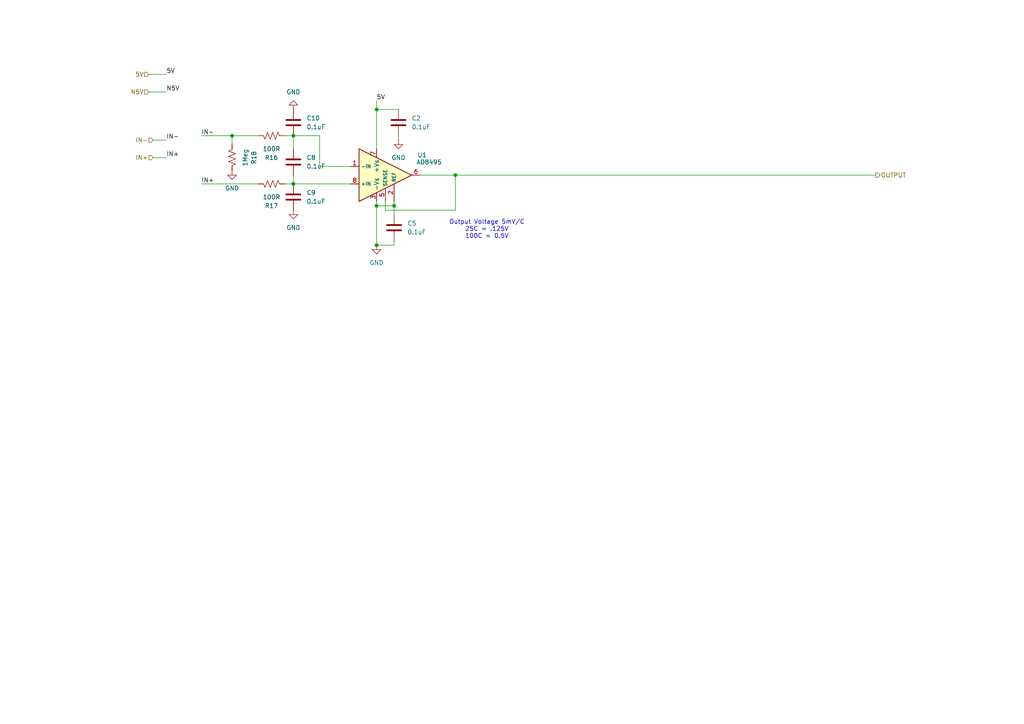
<source format=kicad_sch>
(kicad_sch
	(version 20231120)
	(generator "eeschema")
	(generator_version "8.0")
	(uuid "36d7c41e-fd27-48ff-b4c9-66813c58c8a3")
	(paper "A4")
	(lib_symbols
		(symbol "Device:C"
			(pin_numbers hide)
			(pin_names
				(offset 0.254)
			)
			(exclude_from_sim no)
			(in_bom yes)
			(on_board yes)
			(property "Reference" "C"
				(at 0.635 2.54 0)
				(effects
					(font
						(size 1.27 1.27)
					)
					(justify left)
				)
			)
			(property "Value" "C"
				(at 0.635 -2.54 0)
				(effects
					(font
						(size 1.27 1.27)
					)
					(justify left)
				)
			)
			(property "Footprint" ""
				(at 0.9652 -3.81 0)
				(effects
					(font
						(size 1.27 1.27)
					)
					(hide yes)
				)
			)
			(property "Datasheet" "~"
				(at 0 0 0)
				(effects
					(font
						(size 1.27 1.27)
					)
					(hide yes)
				)
			)
			(property "Description" "Unpolarized capacitor"
				(at 0 0 0)
				(effects
					(font
						(size 1.27 1.27)
					)
					(hide yes)
				)
			)
			(property "ki_keywords" "cap capacitor"
				(at 0 0 0)
				(effects
					(font
						(size 1.27 1.27)
					)
					(hide yes)
				)
			)
			(property "ki_fp_filters" "C_*"
				(at 0 0 0)
				(effects
					(font
						(size 1.27 1.27)
					)
					(hide yes)
				)
			)
			(symbol "C_0_1"
				(polyline
					(pts
						(xy -2.032 -0.762) (xy 2.032 -0.762)
					)
					(stroke
						(width 0.508)
						(type default)
					)
					(fill
						(type none)
					)
				)
				(polyline
					(pts
						(xy -2.032 0.762) (xy 2.032 0.762)
					)
					(stroke
						(width 0.508)
						(type default)
					)
					(fill
						(type none)
					)
				)
			)
			(symbol "C_1_1"
				(pin passive line
					(at 0 3.81 270)
					(length 2.794)
					(name "~"
						(effects
							(font
								(size 1.27 1.27)
							)
						)
					)
					(number "1"
						(effects
							(font
								(size 1.27 1.27)
							)
						)
					)
				)
				(pin passive line
					(at 0 -3.81 90)
					(length 2.794)
					(name "~"
						(effects
							(font
								(size 1.27 1.27)
							)
						)
					)
					(number "2"
						(effects
							(font
								(size 1.27 1.27)
							)
						)
					)
				)
			)
		)
		(symbol "Device:R_US"
			(pin_numbers hide)
			(pin_names
				(offset 0)
			)
			(exclude_from_sim no)
			(in_bom yes)
			(on_board yes)
			(property "Reference" "R"
				(at 2.54 0 90)
				(effects
					(font
						(size 1.27 1.27)
					)
				)
			)
			(property "Value" "R_US"
				(at -2.54 0 90)
				(effects
					(font
						(size 1.27 1.27)
					)
				)
			)
			(property "Footprint" ""
				(at 1.016 -0.254 90)
				(effects
					(font
						(size 1.27 1.27)
					)
					(hide yes)
				)
			)
			(property "Datasheet" "~"
				(at 0 0 0)
				(effects
					(font
						(size 1.27 1.27)
					)
					(hide yes)
				)
			)
			(property "Description" "Resistor, US symbol"
				(at 0 0 0)
				(effects
					(font
						(size 1.27 1.27)
					)
					(hide yes)
				)
			)
			(property "ki_keywords" "R res resistor"
				(at 0 0 0)
				(effects
					(font
						(size 1.27 1.27)
					)
					(hide yes)
				)
			)
			(property "ki_fp_filters" "R_*"
				(at 0 0 0)
				(effects
					(font
						(size 1.27 1.27)
					)
					(hide yes)
				)
			)
			(symbol "R_US_0_1"
				(polyline
					(pts
						(xy 0 -2.286) (xy 0 -2.54)
					)
					(stroke
						(width 0)
						(type default)
					)
					(fill
						(type none)
					)
				)
				(polyline
					(pts
						(xy 0 2.286) (xy 0 2.54)
					)
					(stroke
						(width 0)
						(type default)
					)
					(fill
						(type none)
					)
				)
				(polyline
					(pts
						(xy 0 -0.762) (xy 1.016 -1.143) (xy 0 -1.524) (xy -1.016 -1.905) (xy 0 -2.286)
					)
					(stroke
						(width 0)
						(type default)
					)
					(fill
						(type none)
					)
				)
				(polyline
					(pts
						(xy 0 0.762) (xy 1.016 0.381) (xy 0 0) (xy -1.016 -0.381) (xy 0 -0.762)
					)
					(stroke
						(width 0)
						(type default)
					)
					(fill
						(type none)
					)
				)
				(polyline
					(pts
						(xy 0 2.286) (xy 1.016 1.905) (xy 0 1.524) (xy -1.016 1.143) (xy 0 0.762)
					)
					(stroke
						(width 0)
						(type default)
					)
					(fill
						(type none)
					)
				)
			)
			(symbol "R_US_1_1"
				(pin passive line
					(at 0 3.81 270)
					(length 1.27)
					(name "~"
						(effects
							(font
								(size 1.27 1.27)
							)
						)
					)
					(number "1"
						(effects
							(font
								(size 1.27 1.27)
							)
						)
					)
				)
				(pin passive line
					(at 0 -3.81 90)
					(length 1.27)
					(name "~"
						(effects
							(font
								(size 1.27 1.27)
							)
						)
					)
					(number "2"
						(effects
							(font
								(size 1.27 1.27)
							)
						)
					)
				)
			)
		)
		(symbol "Sensor_Temperature:AD8495"
			(exclude_from_sim no)
			(in_bom yes)
			(on_board yes)
			(property "Reference" "U"
				(at 5.08 3.81 0)
				(effects
					(font
						(size 1.27 1.27)
					)
				)
			)
			(property "Value" "AD8495"
				(at 8.89 -3.81 0)
				(effects
					(font
						(size 1.27 1.27)
					)
				)
			)
			(property "Footprint" "Package_SO:MSOP-8_3x3mm_P0.65mm"
				(at 22.86 -6.35 0)
				(effects
					(font
						(size 1.27 1.27)
					)
					(hide yes)
				)
			)
			(property "Datasheet" "https://www.analog.com/media/en/technical-documentation/data-sheets/ad8494_8495_8496_8497.pdf"
				(at 0 0 0)
				(effects
					(font
						(size 1.27 1.27)
					)
					(hide yes)
				)
			)
			(property "Description" "Precision Thermocouple Amplifiers with Cold Junction Compensation, K-Type Thermocouple, 0 to 50C, MSOP-8"
				(at 0 0 0)
				(effects
					(font
						(size 1.27 1.27)
					)
					(hide yes)
				)
			)
			(property "ki_keywords" "Thermocouple Amp"
				(at 0 0 0)
				(effects
					(font
						(size 1.27 1.27)
					)
					(hide yes)
				)
			)
			(property "ki_fp_filters" "MSOP*8*"
				(at 0 0 0)
				(effects
					(font
						(size 1.27 1.27)
					)
					(hide yes)
				)
			)
			(symbol "AD8495_0_1"
				(polyline
					(pts
						(xy -7.62 7.62) (xy 7.62 0) (xy -7.62 -7.62) (xy -7.62 7.62)
					)
					(stroke
						(width 0.254)
						(type default)
					)
					(fill
						(type background)
					)
				)
			)
			(symbol "AD8495_1_1"
				(pin input line
					(at -10.16 2.54 0)
					(length 2.54)
					(name "-IN"
						(effects
							(font
								(size 1.016 1.016)
							)
						)
					)
					(number "1"
						(effects
							(font
								(size 1.27 1.27)
							)
						)
					)
				)
				(pin input line
					(at 2.54 -7.62 90)
					(length 5.08)
					(name "REF"
						(effects
							(font
								(size 1.016 1.016)
							)
						)
					)
					(number "2"
						(effects
							(font
								(size 1.27 1.27)
							)
						)
					)
				)
				(pin power_in line
					(at -2.54 -7.62 90)
					(length 2.54)
					(name "-Vs"
						(effects
							(font
								(size 1.27 1.27)
							)
						)
					)
					(number "3"
						(effects
							(font
								(size 1.27 1.27)
							)
						)
					)
				)
				(pin no_connect line
					(at -5.08 0 180)
					(length 2.54) hide
					(name "NC"
						(effects
							(font
								(size 1.27 1.27)
							)
						)
					)
					(number "4"
						(effects
							(font
								(size 1.27 1.27)
							)
						)
					)
				)
				(pin passive line
					(at 0 -7.62 90)
					(length 3.81)
					(name "SENSE"
						(effects
							(font
								(size 1.016 1.016)
							)
						)
					)
					(number "5"
						(effects
							(font
								(size 1.27 1.27)
							)
						)
					)
				)
				(pin output line
					(at 10.16 0 180)
					(length 2.54)
					(name "~"
						(effects
							(font
								(size 1.27 1.27)
							)
						)
					)
					(number "6"
						(effects
							(font
								(size 1.27 1.27)
							)
						)
					)
				)
				(pin power_in line
					(at -2.54 7.62 270)
					(length 2.54)
					(name "+Vs"
						(effects
							(font
								(size 1.27 1.27)
							)
						)
					)
					(number "7"
						(effects
							(font
								(size 1.27 1.27)
							)
						)
					)
				)
				(pin input line
					(at -10.16 -2.54 0)
					(length 2.54)
					(name "+IN"
						(effects
							(font
								(size 1.016 1.016)
							)
						)
					)
					(number "8"
						(effects
							(font
								(size 1.27 1.27)
							)
						)
					)
				)
			)
		)
		(symbol "power:GND"
			(power)
			(pin_numbers hide)
			(pin_names
				(offset 0) hide)
			(exclude_from_sim no)
			(in_bom yes)
			(on_board yes)
			(property "Reference" "#PWR"
				(at 0 -6.35 0)
				(effects
					(font
						(size 1.27 1.27)
					)
					(hide yes)
				)
			)
			(property "Value" "GND"
				(at 0 -3.81 0)
				(effects
					(font
						(size 1.27 1.27)
					)
				)
			)
			(property "Footprint" ""
				(at 0 0 0)
				(effects
					(font
						(size 1.27 1.27)
					)
					(hide yes)
				)
			)
			(property "Datasheet" ""
				(at 0 0 0)
				(effects
					(font
						(size 1.27 1.27)
					)
					(hide yes)
				)
			)
			(property "Description" "Power symbol creates a global label with name \"GND\" , ground"
				(at 0 0 0)
				(effects
					(font
						(size 1.27 1.27)
					)
					(hide yes)
				)
			)
			(property "ki_keywords" "global power"
				(at 0 0 0)
				(effects
					(font
						(size 1.27 1.27)
					)
					(hide yes)
				)
			)
			(symbol "GND_0_1"
				(polyline
					(pts
						(xy 0 0) (xy 0 -1.27) (xy 1.27 -1.27) (xy 0 -2.54) (xy -1.27 -1.27) (xy 0 -1.27)
					)
					(stroke
						(width 0)
						(type default)
					)
					(fill
						(type none)
					)
				)
			)
			(symbol "GND_1_1"
				(pin power_in line
					(at 0 0 270)
					(length 0)
					(name "~"
						(effects
							(font
								(size 1.27 1.27)
							)
						)
					)
					(number "1"
						(effects
							(font
								(size 1.27 1.27)
							)
						)
					)
				)
			)
		)
	)
	(junction
		(at 132.08 50.8)
		(diameter 0)
		(color 0 0 0 0)
		(uuid "1049cd39-2f87-4b2e-ae83-515edd67bd8b")
	)
	(junction
		(at 85.09 53.34)
		(diameter 0)
		(color 0 0 0 0)
		(uuid "243327c5-ae85-4c11-9548-193f158fb267")
	)
	(junction
		(at 67.31 39.37)
		(diameter 0)
		(color 0 0 0 0)
		(uuid "5f6f15ff-7922-41f7-8caf-777055baf340")
	)
	(junction
		(at 85.09 39.37)
		(diameter 0)
		(color 0 0 0 0)
		(uuid "702406b3-6a03-4cc0-9b12-c51e124bb092")
	)
	(junction
		(at 114.3 59.69)
		(diameter 0)
		(color 0 0 0 0)
		(uuid "80d8f26d-0eea-492e-b8f2-8bf2aefaff93")
	)
	(junction
		(at 109.22 59.69)
		(diameter 0)
		(color 0 0 0 0)
		(uuid "91f13221-56e6-49e5-9681-0596864fe151")
	)
	(junction
		(at 109.22 71.12)
		(diameter 0)
		(color 0 0 0 0)
		(uuid "cbc06390-b93c-48a9-b45f-68519ec4c6a9")
	)
	(junction
		(at 109.22 31.75)
		(diameter 0)
		(color 0 0 0 0)
		(uuid "ea0a3c43-659d-44f4-9079-d6d803ac56d4")
	)
	(wire
		(pts
			(xy 114.3 69.85) (xy 114.3 71.12)
		)
		(stroke
			(width 0)
			(type default)
		)
		(uuid "04f82abf-b6c2-4a5d-a11b-999b4a0c9bdf")
	)
	(wire
		(pts
			(xy 114.3 59.69) (xy 109.22 59.69)
		)
		(stroke
			(width 0)
			(type default)
		)
		(uuid "1d89f1e1-ecac-43ce-891d-204d27af0523")
	)
	(wire
		(pts
			(xy 132.08 50.8) (xy 254 50.8)
		)
		(stroke
			(width 0)
			(type default)
		)
		(uuid "31f91de2-d47a-4be2-a17b-f725c14e007f")
	)
	(wire
		(pts
			(xy 67.31 39.37) (xy 74.93 39.37)
		)
		(stroke
			(width 0)
			(type default)
		)
		(uuid "52abb2fb-e2f4-42d1-bb6c-a49923af01c7")
	)
	(wire
		(pts
			(xy 44.45 45.72) (xy 48.26 45.72)
		)
		(stroke
			(width 0)
			(type default)
		)
		(uuid "5eae3553-17da-42bd-a767-c8b8d3195fe8")
	)
	(wire
		(pts
			(xy 109.22 59.69) (xy 109.22 71.12)
		)
		(stroke
			(width 0)
			(type default)
		)
		(uuid "5f88f5f7-373f-4472-a70a-f51ff65275ae")
	)
	(wire
		(pts
			(xy 85.09 53.34) (xy 101.6 53.34)
		)
		(stroke
			(width 0)
			(type default)
		)
		(uuid "5fb413e5-6d2c-4580-b77d-f8c9e11b7d28")
	)
	(wire
		(pts
			(xy 109.22 29.21) (xy 109.22 31.75)
		)
		(stroke
			(width 0)
			(type default)
		)
		(uuid "664234dc-0a6e-4818-b3e0-d8d41340be29")
	)
	(wire
		(pts
			(xy 92.71 39.37) (xy 92.71 48.26)
		)
		(stroke
			(width 0)
			(type default)
		)
		(uuid "6a07b9dc-28b9-4d01-b8db-6f9ccccdfbc9")
	)
	(wire
		(pts
			(xy 111.76 60.96) (xy 132.08 60.96)
		)
		(stroke
			(width 0)
			(type default)
		)
		(uuid "7448237a-d1c0-43a8-8251-82ca961d1829")
	)
	(wire
		(pts
			(xy 109.22 58.42) (xy 109.22 59.69)
		)
		(stroke
			(width 0)
			(type default)
		)
		(uuid "76b08149-c8a2-46c4-b60b-f30e5ecb036d")
	)
	(wire
		(pts
			(xy 85.09 50.8) (xy 85.09 53.34)
		)
		(stroke
			(width 0)
			(type default)
		)
		(uuid "85cc1771-8003-4015-8366-60d1c55548f6")
	)
	(wire
		(pts
			(xy 58.42 39.37) (xy 67.31 39.37)
		)
		(stroke
			(width 0)
			(type default)
		)
		(uuid "868e93f2-1f62-41a0-9ca1-cd2125bd577d")
	)
	(wire
		(pts
			(xy 109.22 71.12) (xy 114.3 71.12)
		)
		(stroke
			(width 0)
			(type default)
		)
		(uuid "873cc0e8-e4e0-4266-a218-b1743a0b0e01")
	)
	(wire
		(pts
			(xy 114.3 58.42) (xy 114.3 59.69)
		)
		(stroke
			(width 0)
			(type default)
		)
		(uuid "87bddab6-71d1-46fb-8196-e74bce837edb")
	)
	(wire
		(pts
			(xy 109.22 31.75) (xy 109.22 43.18)
		)
		(stroke
			(width 0)
			(type default)
		)
		(uuid "89d67e11-62bd-4f43-b971-b79d15a5f533")
	)
	(wire
		(pts
			(xy 82.55 53.34) (xy 85.09 53.34)
		)
		(stroke
			(width 0)
			(type default)
		)
		(uuid "8a0dc974-f5f7-41b9-b18a-fc3f60c493ba")
	)
	(wire
		(pts
			(xy 92.71 48.26) (xy 101.6 48.26)
		)
		(stroke
			(width 0)
			(type default)
		)
		(uuid "9f42aecb-ccf1-4293-bff2-09b713f7659c")
	)
	(wire
		(pts
			(xy 44.45 40.64) (xy 48.26 40.64)
		)
		(stroke
			(width 0)
			(type default)
		)
		(uuid "9fcc00fc-cfdc-4776-ab28-61421c76005a")
	)
	(wire
		(pts
			(xy 115.57 39.37) (xy 115.57 40.64)
		)
		(stroke
			(width 0)
			(type default)
		)
		(uuid "bb9bac1a-c4bb-468d-92f8-0e08d4115000")
	)
	(wire
		(pts
			(xy 121.92 50.8) (xy 132.08 50.8)
		)
		(stroke
			(width 0)
			(type default)
		)
		(uuid "c1c87a7d-da79-4144-903f-cd696dc400cd")
	)
	(wire
		(pts
			(xy 85.09 39.37) (xy 85.09 43.18)
		)
		(stroke
			(width 0)
			(type default)
		)
		(uuid "c6686c3c-d6fd-4022-abbd-1122b39412b4")
	)
	(wire
		(pts
			(xy 43.18 26.67) (xy 48.26 26.67)
		)
		(stroke
			(width 0)
			(type default)
		)
		(uuid "c7ea5f68-fc2e-4ab7-87ee-769099dd3f09")
	)
	(wire
		(pts
			(xy 58.42 53.34) (xy 74.93 53.34)
		)
		(stroke
			(width 0)
			(type default)
		)
		(uuid "cbee9ef2-3cd8-4b36-a8cc-b2db035b0dcc")
	)
	(wire
		(pts
			(xy 85.09 39.37) (xy 92.71 39.37)
		)
		(stroke
			(width 0)
			(type default)
		)
		(uuid "d4a418c4-f5c4-4f9d-bccb-212ff3760e43")
	)
	(wire
		(pts
			(xy 109.22 31.75) (xy 115.57 31.75)
		)
		(stroke
			(width 0)
			(type default)
		)
		(uuid "db435a05-6f0b-4381-855e-648e1b8c9221")
	)
	(wire
		(pts
			(xy 114.3 59.69) (xy 114.3 62.23)
		)
		(stroke
			(width 0)
			(type default)
		)
		(uuid "dcf6eb1b-884b-4562-96cb-5b83634b9736")
	)
	(wire
		(pts
			(xy 111.76 58.42) (xy 111.76 60.96)
		)
		(stroke
			(width 0)
			(type default)
		)
		(uuid "e158afa2-33bc-4355-b6d4-723bd9c18532")
	)
	(wire
		(pts
			(xy 82.55 39.37) (xy 85.09 39.37)
		)
		(stroke
			(width 0)
			(type default)
		)
		(uuid "e4edfe7e-c3ee-4b9a-84a1-0ab67e63b9db")
	)
	(wire
		(pts
			(xy 67.31 39.37) (xy 67.31 41.91)
		)
		(stroke
			(width 0)
			(type default)
		)
		(uuid "ec0e00bf-c264-4abc-b220-f65752985410")
	)
	(wire
		(pts
			(xy 43.18 21.59) (xy 48.26 21.59)
		)
		(stroke
			(width 0)
			(type default)
		)
		(uuid "f3762229-0764-4a68-8bb3-5bd2c7c6be73")
	)
	(wire
		(pts
			(xy 132.08 50.8) (xy 132.08 60.96)
		)
		(stroke
			(width 0)
			(type default)
		)
		(uuid "f38c3f4b-1d61-40db-83c4-fe3a62594552")
	)
	(text "Output Voltage 5mV/C\n25C = .125V\n100C = 0.5V\n"
		(exclude_from_sim no)
		(at 141.224 66.548 0)
		(effects
			(font
				(size 1.27 1.27)
			)
		)
		(uuid "f0dcbc4d-a53a-42e2-b67a-ba565ec41e5b")
	)
	(label "5V"
		(at 109.22 29.21 0)
		(fields_autoplaced yes)
		(effects
			(font
				(size 1.27 1.27)
			)
			(justify left bottom)
		)
		(uuid "16e42934-fdce-4ecb-ab05-fd24ee826257")
	)
	(label "IN-"
		(at 48.26 40.64 0)
		(fields_autoplaced yes)
		(effects
			(font
				(size 1.27 1.27)
			)
			(justify left bottom)
		)
		(uuid "521877df-db7d-4e7a-8e5d-ec81222b255d")
	)
	(label "IN+"
		(at 48.26 45.72 0)
		(fields_autoplaced yes)
		(effects
			(font
				(size 1.27 1.27)
			)
			(justify left bottom)
		)
		(uuid "5a44f757-1001-44ec-812d-fcb2fd4847a3")
	)
	(label "IN-"
		(at 58.42 39.37 0)
		(fields_autoplaced yes)
		(effects
			(font
				(size 1.27 1.27)
			)
			(justify left bottom)
		)
		(uuid "8c1f7642-f265-40e1-b150-2fc0f0c7e2cb")
	)
	(label "N5V"
		(at 48.26 26.67 0)
		(fields_autoplaced yes)
		(effects
			(font
				(size 1.27 1.27)
			)
			(justify left bottom)
		)
		(uuid "9d28843a-9178-4a3e-8427-7140f927d5f6")
	)
	(label "5V"
		(at 48.26 21.59 0)
		(fields_autoplaced yes)
		(effects
			(font
				(size 1.27 1.27)
			)
			(justify left bottom)
		)
		(uuid "adcb8732-fa41-4efb-8c7f-4a48a3f8d1bb")
	)
	(label "IN+"
		(at 58.42 53.34 0)
		(fields_autoplaced yes)
		(effects
			(font
				(size 1.27 1.27)
			)
			(justify left bottom)
		)
		(uuid "fc9b1abd-9a78-4573-84a5-cea595694e49")
	)
	(hierarchical_label "5V"
		(shape input)
		(at 43.18 21.59 180)
		(fields_autoplaced yes)
		(effects
			(font
				(size 1.27 1.27)
			)
			(justify right)
		)
		(uuid "064b8b6e-5661-40c0-aaa7-b12c3048794f")
	)
	(hierarchical_label "OUTPUT"
		(shape output)
		(at 254 50.8 0)
		(fields_autoplaced yes)
		(effects
			(font
				(size 1.27 1.27)
			)
			(justify left)
		)
		(uuid "39062155-2e22-409f-98bb-c298faebcca4")
	)
	(hierarchical_label "IN-"
		(shape input)
		(at 44.45 40.64 180)
		(fields_autoplaced yes)
		(effects
			(font
				(size 1.27 1.27)
			)
			(justify right)
		)
		(uuid "57984a4d-78f4-4fea-b00e-daeeb77c1f88")
	)
	(hierarchical_label "N5V"
		(shape input)
		(at 43.18 26.67 180)
		(fields_autoplaced yes)
		(effects
			(font
				(size 1.27 1.27)
			)
			(justify right)
		)
		(uuid "8a3fb0ba-0339-4e77-935e-19e8aa820542")
	)
	(hierarchical_label "IN+"
		(shape input)
		(at 44.45 45.72 180)
		(fields_autoplaced yes)
		(effects
			(font
				(size 1.27 1.27)
			)
			(justify right)
		)
		(uuid "dc07dff5-796b-49eb-82bd-1b4911588c1c")
	)
	(symbol
		(lib_id "Device:R_US")
		(at 78.74 53.34 90)
		(mirror x)
		(unit 1)
		(exclude_from_sim no)
		(in_bom yes)
		(on_board yes)
		(dnp no)
		(uuid "10615c44-33b5-4c60-a63a-3f1ba2458061")
		(property "Reference" "R17"
			(at 78.74 59.69 90)
			(effects
				(font
					(size 1.27 1.27)
				)
			)
		)
		(property "Value" "100R"
			(at 78.74 57.15 90)
			(effects
				(font
					(size 1.27 1.27)
				)
			)
		)
		(property "Footprint" "Resistor_SMD:R_0603_1608Metric"
			(at 78.994 54.356 90)
			(effects
				(font
					(size 1.27 1.27)
				)
				(hide yes)
			)
		)
		(property "Datasheet" "~"
			(at 78.74 53.34 0)
			(effects
				(font
					(size 1.27 1.27)
				)
				(hide yes)
			)
		)
		(property "Description" "Resistor, 100R ohm, 0603"
			(at 78.74 53.34 0)
			(effects
				(font
					(size 1.27 1.27)
				)
				(hide yes)
			)
		)
		(property "Part Number" "RC0603FR-07100RL"
			(at 78.74 53.34 90)
			(effects
				(font
					(size 1.27 1.27)
				)
				(hide yes)
			)
		)
		(pin "2"
			(uuid "3ffd4e64-170b-4b9b-b012-61d4273eceac")
		)
		(pin "1"
			(uuid "07e83e65-50c5-4bb4-a1de-0a1018c5756e")
		)
		(instances
			(project "CAN_adc"
				(path "/1df8730d-08fe-45e0-ad7a-188e7e19f35e/8fce75f2-7c34-4eab-958e-08935c314f67"
					(reference "R17")
					(unit 1)
				)
			)
		)
	)
	(symbol
		(lib_id "Device:C")
		(at 85.09 57.15 0)
		(unit 1)
		(exclude_from_sim no)
		(in_bom yes)
		(on_board yes)
		(dnp no)
		(uuid "3e8b6068-3ae9-4092-bcaf-5f3a6c9b4087")
		(property "Reference" "C9"
			(at 88.9 55.8799 0)
			(effects
				(font
					(size 1.27 1.27)
				)
				(justify left)
			)
		)
		(property "Value" "0.1uF"
			(at 88.9 58.4199 0)
			(effects
				(font
					(size 1.27 1.27)
				)
				(justify left)
			)
		)
		(property "Footprint" "Capacitor_SMD:C_0603_1608Metric_Pad1.08x0.95mm_HandSolder"
			(at 86.0552 60.96 0)
			(effects
				(font
					(size 1.27 1.27)
				)
				(hide yes)
			)
		)
		(property "Datasheet" "~"
			(at 85.09 57.15 0)
			(effects
				(font
					(size 1.27 1.27)
				)
				(hide yes)
			)
		)
		(property "Description" "Unpolarized capacitor"
			(at 85.09 57.15 0)
			(effects
				(font
					(size 1.27 1.27)
				)
				(hide yes)
			)
		)
		(property "Part Number" "    CL10B104KB8NNNC"
			(at 91.948 54.61 0)
			(effects
				(font
					(size 1.27 1.27)
				)
				(hide yes)
			)
		)
		(pin "1"
			(uuid "baaec417-8a82-4c05-900d-518f7d922995")
		)
		(pin "2"
			(uuid "6e775dea-af1f-4e01-9835-af9afcad380e")
		)
		(instances
			(project "CAN_adc"
				(path "/1df8730d-08fe-45e0-ad7a-188e7e19f35e/8fce75f2-7c34-4eab-958e-08935c314f67"
					(reference "C9")
					(unit 1)
				)
			)
		)
	)
	(symbol
		(lib_id "power:GND")
		(at 67.31 49.53 0)
		(unit 1)
		(exclude_from_sim no)
		(in_bom yes)
		(on_board yes)
		(dnp no)
		(fields_autoplaced yes)
		(uuid "53dcdb87-87a6-405e-8c1c-67b89b9ec9a5")
		(property "Reference" "#PWR020"
			(at 67.31 55.88 0)
			(effects
				(font
					(size 1.27 1.27)
				)
				(hide yes)
			)
		)
		(property "Value" "GND"
			(at 67.31 54.61 0)
			(effects
				(font
					(size 1.27 1.27)
				)
			)
		)
		(property "Footprint" ""
			(at 67.31 49.53 0)
			(effects
				(font
					(size 1.27 1.27)
				)
				(hide yes)
			)
		)
		(property "Datasheet" ""
			(at 67.31 49.53 0)
			(effects
				(font
					(size 1.27 1.27)
				)
				(hide yes)
			)
		)
		(property "Description" "Power symbol creates a global label with name \"GND\" , ground"
			(at 67.31 49.53 0)
			(effects
				(font
					(size 1.27 1.27)
				)
				(hide yes)
			)
		)
		(pin "1"
			(uuid "a34922f1-0852-4a5a-a3ec-b95d6d6477b8")
		)
		(instances
			(project "CAN_adc"
				(path "/1df8730d-08fe-45e0-ad7a-188e7e19f35e/8fce75f2-7c34-4eab-958e-08935c314f67"
					(reference "#PWR020")
					(unit 1)
				)
			)
		)
	)
	(symbol
		(lib_id "Device:C")
		(at 85.09 35.56 0)
		(unit 1)
		(exclude_from_sim no)
		(in_bom yes)
		(on_board yes)
		(dnp no)
		(uuid "63c83250-db1e-4d2f-9c35-a4edb637d46b")
		(property "Reference" "C10"
			(at 88.9 34.2899 0)
			(effects
				(font
					(size 1.27 1.27)
				)
				(justify left)
			)
		)
		(property "Value" "0.1uF"
			(at 88.9 36.8299 0)
			(effects
				(font
					(size 1.27 1.27)
				)
				(justify left)
			)
		)
		(property "Footprint" "Capacitor_SMD:C_0603_1608Metric_Pad1.08x0.95mm_HandSolder"
			(at 86.0552 39.37 0)
			(effects
				(font
					(size 1.27 1.27)
				)
				(hide yes)
			)
		)
		(property "Datasheet" "~"
			(at 85.09 35.56 0)
			(effects
				(font
					(size 1.27 1.27)
				)
				(hide yes)
			)
		)
		(property "Description" "Unpolarized capacitor"
			(at 85.09 35.56 0)
			(effects
				(font
					(size 1.27 1.27)
				)
				(hide yes)
			)
		)
		(property "Part Number" "    CL10B104KB8NNNC"
			(at 91.948 33.02 0)
			(effects
				(font
					(size 1.27 1.27)
				)
				(hide yes)
			)
		)
		(pin "1"
			(uuid "e785b3bc-d06d-4206-9896-2cb1e3b664f1")
		)
		(pin "2"
			(uuid "2b8d83d8-455c-42d7-b81b-e8e6620441a1")
		)
		(instances
			(project "CAN_adc"
				(path "/1df8730d-08fe-45e0-ad7a-188e7e19f35e/8fce75f2-7c34-4eab-958e-08935c314f67"
					(reference "C10")
					(unit 1)
				)
			)
		)
	)
	(symbol
		(lib_id "Device:R_US")
		(at 78.74 39.37 90)
		(mirror x)
		(unit 1)
		(exclude_from_sim no)
		(in_bom yes)
		(on_board yes)
		(dnp no)
		(uuid "67109048-c2a8-4a62-b6e5-ce64e1eff442")
		(property "Reference" "R16"
			(at 78.74 45.72 90)
			(effects
				(font
					(size 1.27 1.27)
				)
			)
		)
		(property "Value" "100R"
			(at 78.74 43.18 90)
			(effects
				(font
					(size 1.27 1.27)
				)
			)
		)
		(property "Footprint" "Resistor_SMD:R_0603_1608Metric"
			(at 78.994 40.386 90)
			(effects
				(font
					(size 1.27 1.27)
				)
				(hide yes)
			)
		)
		(property "Datasheet" "~"
			(at 78.74 39.37 0)
			(effects
				(font
					(size 1.27 1.27)
				)
				(hide yes)
			)
		)
		(property "Description" "Resistor, 100R ohm, 0603"
			(at 78.74 39.37 0)
			(effects
				(font
					(size 1.27 1.27)
				)
				(hide yes)
			)
		)
		(property "Part Number" "RC0603FR-07100RL"
			(at 78.74 39.37 90)
			(effects
				(font
					(size 1.27 1.27)
				)
				(hide yes)
			)
		)
		(pin "2"
			(uuid "a7ccb772-c920-4fb5-a8cb-d2236cf37ecd")
		)
		(pin "1"
			(uuid "c2316d0e-bc9e-43d7-b597-fc73087923bc")
		)
		(instances
			(project "CAN_adc"
				(path "/1df8730d-08fe-45e0-ad7a-188e7e19f35e/8fce75f2-7c34-4eab-958e-08935c314f67"
					(reference "R16")
					(unit 1)
				)
			)
		)
	)
	(symbol
		(lib_id "Device:C")
		(at 115.57 35.56 0)
		(unit 1)
		(exclude_from_sim no)
		(in_bom yes)
		(on_board yes)
		(dnp no)
		(uuid "67dea1b2-bb0c-45db-a427-6949ecc1b2fe")
		(property "Reference" "C2"
			(at 119.38 34.2899 0)
			(effects
				(font
					(size 1.27 1.27)
				)
				(justify left)
			)
		)
		(property "Value" "0.1uF"
			(at 119.38 36.8299 0)
			(effects
				(font
					(size 1.27 1.27)
				)
				(justify left)
			)
		)
		(property "Footprint" "Capacitor_SMD:C_0603_1608Metric_Pad1.08x0.95mm_HandSolder"
			(at 116.5352 39.37 0)
			(effects
				(font
					(size 1.27 1.27)
				)
				(hide yes)
			)
		)
		(property "Datasheet" "~"
			(at 115.57 35.56 0)
			(effects
				(font
					(size 1.27 1.27)
				)
				(hide yes)
			)
		)
		(property "Description" "Unpolarized capacitor"
			(at 115.57 35.56 0)
			(effects
				(font
					(size 1.27 1.27)
				)
				(hide yes)
			)
		)
		(property "Part Number" "    CL10B104KB8NNNC"
			(at 122.428 33.02 0)
			(effects
				(font
					(size 1.27 1.27)
				)
				(hide yes)
			)
		)
		(pin "1"
			(uuid "bd4cdcac-541d-46e1-a842-2fc022e134f6")
		)
		(pin "2"
			(uuid "12c93ce3-2b21-416c-b17e-b7e655834b48")
		)
		(instances
			(project "CAN_adc"
				(path "/1df8730d-08fe-45e0-ad7a-188e7e19f35e/8fce75f2-7c34-4eab-958e-08935c314f67"
					(reference "C2")
					(unit 1)
				)
			)
		)
	)
	(symbol
		(lib_id "power:GND")
		(at 85.09 60.96 0)
		(unit 1)
		(exclude_from_sim no)
		(in_bom yes)
		(on_board yes)
		(dnp no)
		(fields_autoplaced yes)
		(uuid "6eb107aa-824d-4754-9672-ad3aa45eb58a")
		(property "Reference" "#PWR018"
			(at 85.09 67.31 0)
			(effects
				(font
					(size 1.27 1.27)
				)
				(hide yes)
			)
		)
		(property "Value" "GND"
			(at 85.09 66.04 0)
			(effects
				(font
					(size 1.27 1.27)
				)
			)
		)
		(property "Footprint" ""
			(at 85.09 60.96 0)
			(effects
				(font
					(size 1.27 1.27)
				)
				(hide yes)
			)
		)
		(property "Datasheet" ""
			(at 85.09 60.96 0)
			(effects
				(font
					(size 1.27 1.27)
				)
				(hide yes)
			)
		)
		(property "Description" "Power symbol creates a global label with name \"GND\" , ground"
			(at 85.09 60.96 0)
			(effects
				(font
					(size 1.27 1.27)
				)
				(hide yes)
			)
		)
		(pin "1"
			(uuid "f033e862-c69e-43ee-8690-a741f1623c74")
		)
		(instances
			(project "CAN_adc"
				(path "/1df8730d-08fe-45e0-ad7a-188e7e19f35e/8fce75f2-7c34-4eab-958e-08935c314f67"
					(reference "#PWR018")
					(unit 1)
				)
			)
		)
	)
	(symbol
		(lib_id "power:GND")
		(at 85.09 31.75 180)
		(unit 1)
		(exclude_from_sim no)
		(in_bom yes)
		(on_board yes)
		(dnp no)
		(fields_autoplaced yes)
		(uuid "7a4467ac-e93d-4953-a64e-52fd808f7e7b")
		(property "Reference" "#PWR019"
			(at 85.09 25.4 0)
			(effects
				(font
					(size 1.27 1.27)
				)
				(hide yes)
			)
		)
		(property "Value" "GND"
			(at 85.09 26.67 0)
			(effects
				(font
					(size 1.27 1.27)
				)
			)
		)
		(property "Footprint" ""
			(at 85.09 31.75 0)
			(effects
				(font
					(size 1.27 1.27)
				)
				(hide yes)
			)
		)
		(property "Datasheet" ""
			(at 85.09 31.75 0)
			(effects
				(font
					(size 1.27 1.27)
				)
				(hide yes)
			)
		)
		(property "Description" "Power symbol creates a global label with name \"GND\" , ground"
			(at 85.09 31.75 0)
			(effects
				(font
					(size 1.27 1.27)
				)
				(hide yes)
			)
		)
		(pin "1"
			(uuid "4ac79b7f-5e6e-4565-83f8-270bf78bb765")
		)
		(instances
			(project "CAN_adc"
				(path "/1df8730d-08fe-45e0-ad7a-188e7e19f35e/8fce75f2-7c34-4eab-958e-08935c314f67"
					(reference "#PWR019")
					(unit 1)
				)
			)
		)
	)
	(symbol
		(lib_id "power:GND")
		(at 109.22 71.12 0)
		(unit 1)
		(exclude_from_sim no)
		(in_bom yes)
		(on_board yes)
		(dnp no)
		(fields_autoplaced yes)
		(uuid "9e631520-e284-4665-b774-40ae871cb887")
		(property "Reference" "#PWR016"
			(at 109.22 77.47 0)
			(effects
				(font
					(size 1.27 1.27)
				)
				(hide yes)
			)
		)
		(property "Value" "GND"
			(at 109.22 76.2 0)
			(effects
				(font
					(size 1.27 1.27)
				)
			)
		)
		(property "Footprint" ""
			(at 109.22 71.12 0)
			(effects
				(font
					(size 1.27 1.27)
				)
				(hide yes)
			)
		)
		(property "Datasheet" ""
			(at 109.22 71.12 0)
			(effects
				(font
					(size 1.27 1.27)
				)
				(hide yes)
			)
		)
		(property "Description" "Power symbol creates a global label with name \"GND\" , ground"
			(at 109.22 71.12 0)
			(effects
				(font
					(size 1.27 1.27)
				)
				(hide yes)
			)
		)
		(pin "1"
			(uuid "f2496036-74a6-4e05-a1d6-37367350b950")
		)
		(instances
			(project "CAN_adc"
				(path "/1df8730d-08fe-45e0-ad7a-188e7e19f35e/8fce75f2-7c34-4eab-958e-08935c314f67"
					(reference "#PWR016")
					(unit 1)
				)
			)
		)
	)
	(symbol
		(lib_id "Sensor_Temperature:AD8495")
		(at 111.76 50.8 0)
		(unit 1)
		(exclude_from_sim no)
		(in_bom yes)
		(on_board yes)
		(dnp no)
		(uuid "a7fb03d5-effe-4b6b-ab4c-de5be3c42d4a")
		(property "Reference" "U1"
			(at 122.428 44.958 0)
			(effects
				(font
					(size 1.27 1.27)
				)
			)
		)
		(property "Value" "AD8495"
			(at 124.46 47.0214 0)
			(effects
				(font
					(size 1.27 1.27)
				)
			)
		)
		(property "Footprint" "Package_SO:MSOP-8_3x3mm_P0.65mm"
			(at 134.62 57.15 0)
			(effects
				(font
					(size 1.27 1.27)
				)
				(hide yes)
			)
		)
		(property "Datasheet" "https://www.analog.com/media/en/technical-documentation/data-sheets/ad8494_8495_8496_8497.pdf"
			(at 111.76 50.8 0)
			(effects
				(font
					(size 1.27 1.27)
				)
				(hide yes)
			)
		)
		(property "Description" "Precision Thermocouple Amplifiers with Cold Junction Compensation, K-Type Thermocouple, 0 to 50C, MSOP-8"
			(at 111.76 50.8 0)
			(effects
				(font
					(size 1.27 1.27)
				)
				(hide yes)
			)
		)
		(pin "7"
			(uuid "195b59dc-7f10-4ff4-af75-c8085af602e2")
		)
		(pin "1"
			(uuid "31949d5d-b7fb-431a-a395-7fee7adfd2ae")
		)
		(pin "2"
			(uuid "a8dd80ac-3408-4379-b684-69824a846edb")
		)
		(pin "3"
			(uuid "d3933086-78a9-44d9-8a10-6095186ba4c8")
		)
		(pin "5"
			(uuid "21ec8180-280d-4d89-9e5c-3eafdd44610f")
		)
		(pin "6"
			(uuid "5c5e39ee-66be-4bdb-8058-6d18a8f7e27f")
		)
		(pin "8"
			(uuid "4dd04675-a6b7-499c-b5cf-61d3c9727621")
		)
		(pin "4"
			(uuid "e0cf2088-b1e2-486d-902e-f591f4c3bef2")
		)
		(instances
			(project "CAN_adc"
				(path "/1df8730d-08fe-45e0-ad7a-188e7e19f35e/8fce75f2-7c34-4eab-958e-08935c314f67"
					(reference "U1")
					(unit 1)
				)
			)
		)
	)
	(symbol
		(lib_id "Device:C")
		(at 114.3 66.04 0)
		(unit 1)
		(exclude_from_sim no)
		(in_bom yes)
		(on_board yes)
		(dnp no)
		(uuid "b2e8fdcb-805b-4cbf-8143-54c7bac704c9")
		(property "Reference" "C5"
			(at 118.11 64.7699 0)
			(effects
				(font
					(size 1.27 1.27)
				)
				(justify left)
			)
		)
		(property "Value" "0.1uF"
			(at 118.11 67.3099 0)
			(effects
				(font
					(size 1.27 1.27)
				)
				(justify left)
			)
		)
		(property "Footprint" "Capacitor_SMD:C_0603_1608Metric_Pad1.08x0.95mm_HandSolder"
			(at 115.2652 69.85 0)
			(effects
				(font
					(size 1.27 1.27)
				)
				(hide yes)
			)
		)
		(property "Datasheet" "~"
			(at 114.3 66.04 0)
			(effects
				(font
					(size 1.27 1.27)
				)
				(hide yes)
			)
		)
		(property "Description" "Unpolarized capacitor"
			(at 114.3 66.04 0)
			(effects
				(font
					(size 1.27 1.27)
				)
				(hide yes)
			)
		)
		(property "Part Number" "    CL10B104KB8NNNC"
			(at 121.158 63.5 0)
			(effects
				(font
					(size 1.27 1.27)
				)
				(hide yes)
			)
		)
		(pin "1"
			(uuid "058e8036-082c-4673-8060-e72f4ee8d2b6")
		)
		(pin "2"
			(uuid "2531fb9d-0001-4bdb-bd51-c5bb383e3993")
		)
		(instances
			(project "CAN_adc"
				(path "/1df8730d-08fe-45e0-ad7a-188e7e19f35e/8fce75f2-7c34-4eab-958e-08935c314f67"
					(reference "C5")
					(unit 1)
				)
			)
		)
	)
	(symbol
		(lib_id "power:GND")
		(at 115.57 40.64 0)
		(unit 1)
		(exclude_from_sim no)
		(in_bom yes)
		(on_board yes)
		(dnp no)
		(fields_autoplaced yes)
		(uuid "be8b2f8f-5a72-4aa8-b9ef-0443dd2886c7")
		(property "Reference" "#PWR017"
			(at 115.57 46.99 0)
			(effects
				(font
					(size 1.27 1.27)
				)
				(hide yes)
			)
		)
		(property "Value" "GND"
			(at 115.57 45.72 0)
			(effects
				(font
					(size 1.27 1.27)
				)
			)
		)
		(property "Footprint" ""
			(at 115.57 40.64 0)
			(effects
				(font
					(size 1.27 1.27)
				)
				(hide yes)
			)
		)
		(property "Datasheet" ""
			(at 115.57 40.64 0)
			(effects
				(font
					(size 1.27 1.27)
				)
				(hide yes)
			)
		)
		(property "Description" "Power symbol creates a global label with name \"GND\" , ground"
			(at 115.57 40.64 0)
			(effects
				(font
					(size 1.27 1.27)
				)
				(hide yes)
			)
		)
		(pin "1"
			(uuid "cffeba3e-2e93-46ca-8778-b58b3d9634fa")
		)
		(instances
			(project "CAN_adc"
				(path "/1df8730d-08fe-45e0-ad7a-188e7e19f35e/8fce75f2-7c34-4eab-958e-08935c314f67"
					(reference "#PWR017")
					(unit 1)
				)
			)
		)
	)
	(symbol
		(lib_id "Device:R_US")
		(at 67.31 45.72 0)
		(mirror x)
		(unit 1)
		(exclude_from_sim no)
		(in_bom yes)
		(on_board yes)
		(dnp no)
		(uuid "c93caac2-8570-480d-86f2-7afb36a3b12b")
		(property "Reference" "R18"
			(at 73.66 45.72 90)
			(effects
				(font
					(size 1.27 1.27)
				)
			)
		)
		(property "Value" "1Meg"
			(at 71.12 45.72 90)
			(effects
				(font
					(size 1.27 1.27)
				)
			)
		)
		(property "Footprint" "Resistor_SMD:R_0603_1608Metric"
			(at 68.326 45.466 90)
			(effects
				(font
					(size 1.27 1.27)
				)
				(hide yes)
			)
		)
		(property "Datasheet" "~"
			(at 67.31 45.72 0)
			(effects
				(font
					(size 1.27 1.27)
				)
				(hide yes)
			)
		)
		(property "Description" "Resistor, 1Meg ohm, 0603"
			(at 67.31 45.72 0)
			(effects
				(font
					(size 1.27 1.27)
				)
				(hide yes)
			)
		)
		(property "Part Number" "  RC0603FR-071ML"
			(at 67.31 45.72 90)
			(effects
				(font
					(size 1.27 1.27)
				)
				(hide yes)
			)
		)
		(pin "2"
			(uuid "6fe9b314-9bc7-4b84-9e73-f071ed176b97")
		)
		(pin "1"
			(uuid "7aab5c92-789a-4638-acaa-a3e3a52bd58c")
		)
		(instances
			(project "CAN_adc"
				(path "/1df8730d-08fe-45e0-ad7a-188e7e19f35e/8fce75f2-7c34-4eab-958e-08935c314f67"
					(reference "R18")
					(unit 1)
				)
			)
		)
	)
	(symbol
		(lib_id "Device:C")
		(at 85.09 46.99 0)
		(unit 1)
		(exclude_from_sim no)
		(in_bom yes)
		(on_board yes)
		(dnp no)
		(uuid "ff3ebdc0-cdf7-44f9-8fcf-7cef62a4467a")
		(property "Reference" "C8"
			(at 88.9 45.7199 0)
			(effects
				(font
					(size 1.27 1.27)
				)
				(justify left)
			)
		)
		(property "Value" "0.1uF"
			(at 88.9 48.2599 0)
			(effects
				(font
					(size 1.27 1.27)
				)
				(justify left)
			)
		)
		(property "Footprint" "Capacitor_SMD:C_0603_1608Metric_Pad1.08x0.95mm_HandSolder"
			(at 86.0552 50.8 0)
			(effects
				(font
					(size 1.27 1.27)
				)
				(hide yes)
			)
		)
		(property "Datasheet" "~"
			(at 85.09 46.99 0)
			(effects
				(font
					(size 1.27 1.27)
				)
				(hide yes)
			)
		)
		(property "Description" "Unpolarized capacitor"
			(at 85.09 46.99 0)
			(effects
				(font
					(size 1.27 1.27)
				)
				(hide yes)
			)
		)
		(property "Part Number" "    CL10B104KB8NNNC"
			(at 91.948 44.45 0)
			(effects
				(font
					(size 1.27 1.27)
				)
				(hide yes)
			)
		)
		(pin "1"
			(uuid "76bf4e34-add1-4053-bed4-2aba7a46ec1a")
		)
		(pin "2"
			(uuid "8bd2e189-ae30-4427-8047-e0197fa6b764")
		)
		(instances
			(project "CAN_adc"
				(path "/1df8730d-08fe-45e0-ad7a-188e7e19f35e/8fce75f2-7c34-4eab-958e-08935c314f67"
					(reference "C8")
					(unit 1)
				)
			)
		)
	)
)

</source>
